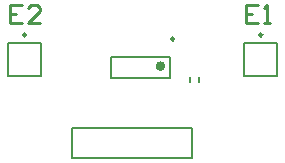
<source format=gto>
G04 Layer_Color=65535*
%FSLAX25Y25*%
%MOIN*%
G70*
G01*
G75*
%ADD17C,0.01575*%
%ADD18C,0.00984*%
%ADD19C,0.00787*%
%ADD20C,0.01000*%
D17*
X164784Y470079D02*
G03*
X164784Y470079I-787J0D01*
G01*
D18*
X168642Y479134D02*
G03*
X168642Y479134I-492J0D01*
G01*
X119213Y480512D02*
G03*
X119213Y480512I-492J0D01*
G01*
X197953D02*
G03*
X197953Y480512I-492J0D01*
G01*
D19*
X147461Y466142D02*
Y473228D01*
X167146Y466142D02*
Y473228D01*
X147461Y466142D02*
X167146D01*
X147461Y473228D02*
X167146D01*
X134587Y439488D02*
Y449488D01*
X174587D01*
X134587Y439488D02*
X174587D01*
Y449488D01*
X113209Y466929D02*
Y477953D01*
X113209Y466929D02*
X124232D01*
Y477953D01*
X113209Y477953D02*
X124232D01*
X191949Y466929D02*
Y477953D01*
X191949Y466929D02*
X202972D01*
Y477953D01*
X191949Y477953D02*
X202972D01*
X174035Y464961D02*
Y466535D01*
X176791Y464961D02*
Y466535D01*
D20*
X117809Y490498D02*
X113810D01*
Y484500D01*
X117809D01*
X113810Y487499D02*
X115810D01*
X123807Y484500D02*
X119808D01*
X123807Y488499D01*
Y489498D01*
X122807Y490498D01*
X120808D01*
X119808Y489498D01*
X196509Y490498D02*
X192510D01*
Y484500D01*
X196509D01*
X192510Y487499D02*
X194510D01*
X198508Y484500D02*
X200508D01*
X199508D01*
Y490498D01*
X198508Y489498D01*
M02*

</source>
